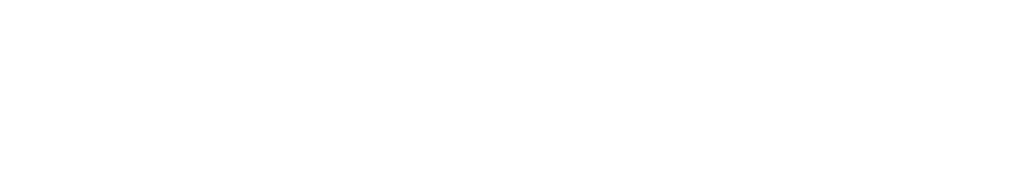
<source format=kicad_pcb>


(kicad_pcb (version 20171130) (host pcbnew 5.1.6)

  (page A3)
  (title_block
    (title "pcb")
    (rev "v9.9")
    (company "Ergogen Tests")
  )

  (general
    (thickness 1.6)
  )

  (layers
    (0 F.Cu signal)
    (31 B.Cu signal)
    (32 B.Adhes user)
    (33 F.Adhes user)
    (34 B.Paste user)
    (35 F.Paste user)
    (36 B.SilkS user)
    (37 F.SilkS user)
    (38 B.Mask user)
    (39 F.Mask user)
    (40 Dwgs.User user)
    (41 Cmts.User user)
    (42 Eco1.User user)
    (43 Eco2.User user)
    (44 Edge.Cuts user)
    (45 Margin user)
    (46 B.CrtYd user)
    (47 F.CrtYd user)
    (48 B.Fab user)
    (49 F.Fab user)
  )

  (setup
    (last_trace_width 0.25)
    (trace_clearance 0.2)
    (zone_clearance 0.508)
    (zone_45_only no)
    (trace_min 0.2)
    (via_size 0.8)
    (via_drill 0.4)
    (via_min_size 0.4)
    (via_min_drill 0.3)
    (uvia_size 0.3)
    (uvia_drill 0.1)
    (uvias_allowed no)
    (uvia_min_size 0.2)
    (uvia_min_drill 0.1)
    (edge_width 0.05)
    (segment_width 0.2)
    (pcb_text_width 0.3)
    (pcb_text_size 1.5 1.5)
    (mod_edge_width 0.12)
    (mod_text_size 1 1)
    (mod_text_width 0.15)
    (pad_size 1.524 1.524)
    (pad_drill 0.762)
    (pad_to_mask_clearance 0.05)
    (aux_axis_origin 0 0)
    (visible_elements FFFFFF7F)
    (pcbplotparams
      (layerselection 0x010fc_ffffffff)
      (usegerberextensions false)
      (usegerberattributes true)
      (usegerberadvancedattributes true)
      (creategerberjobfile true)
      (excludeedgelayer true)
      (linewidth 0.100000)
      (plotframeref false)
      (viasonmask false)
      (mode 1)
      (useauxorigin false)
      (hpglpennumber 1)
      (hpglpenspeed 20)
      (hpglpendiameter 15.000000)
      (psnegative false)
      (psa4output false)
      (plotreference true)
      (plotvalue true)
      (plotinvisibletext false)
      (padsonsilk false)
      (subtractmaskfromsilk false)
      (outputformat 1)
      (mirror false)
      (drillshape 1)
      (scaleselection 1)
      (outputdirectory ""))
  )

  (net 0 "")

  (net_class Default "This is the default net class."
    (clearance 0.2)
    (trace_width 0.25)
    (via_dia 0.8)
    (via_drill 0.4)
    (uvia_dia 0.3)
    (uvia_drill 0.1)
    (add_net "")
  )

  

    (module injected_test_footprint (layer F.Cu) (tedit 5E1ADAC2)
    (at 0 0 0) 

            
    (fp_text reference "I1" (at 0 0) (layer F.SilkS) hide (effects (font (size 1.27 1.27) (thickness 0.15))))
    )



    (module injected_test_footprint (layer F.Cu) (tedit 5E1ADAC2)
    (at 10 0 0) 

            
    (fp_text reference "I2" (at 0 0) (layer F.SilkS) hide (effects (font (size 1.27 1.27) (thickness 0.15))))
    )

  

)
</source>
